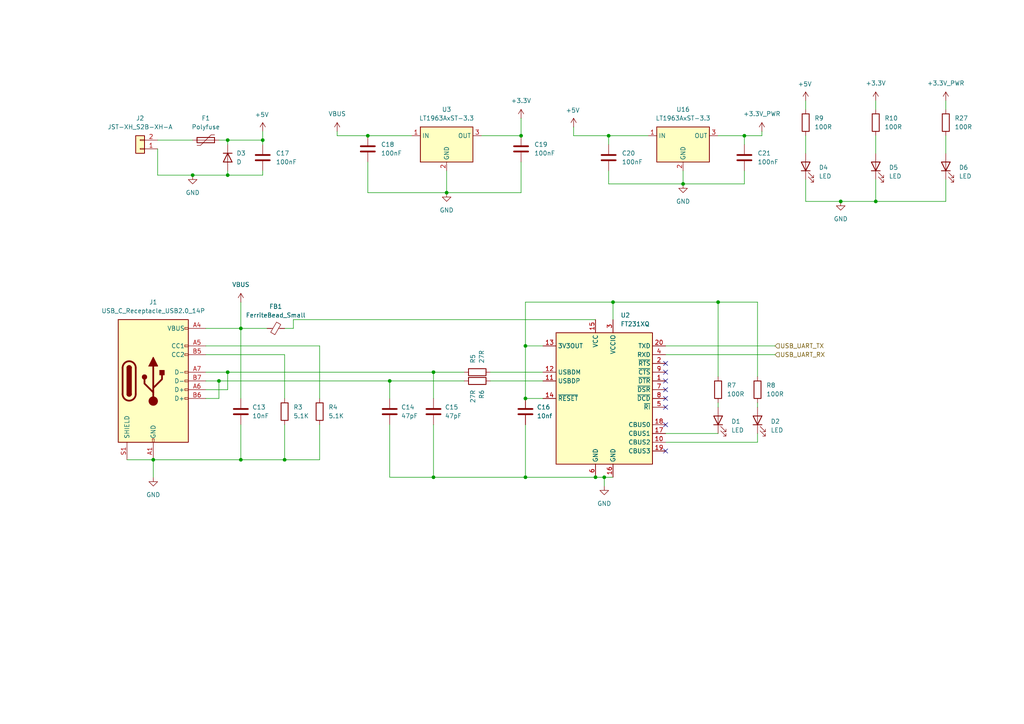
<source format=kicad_sch>
(kicad_sch (version 20231120) (generator "eeschema") (generator_version "8.0")
  (paper "A4")
  (title_block (title "Puissance (carte-io)") (date "2024-10-09") (rev "1.0") (company "INSA - GEI"))
  (lib_symbols
    (symbol "Connector:USB_C_Receptacle_USB2.0_14P" (pin_names (offset 1.016))
      (property "Reference" "J" (at 0 22.225 0))
      (property "Value" "USB_C_Receptacle_USB2.0_14P" (at 0 19.685 0))
      (symbol "USB_C_Receptacle_USB2.0_14P_0_0"
        (rectangle (start -0.254 -17.78) (end 0.254 -16.764))
        (rectangle (start 10.16 -4.826) (end 9.144 -5.334))
        (rectangle (start 10.16 -2.286) (end 9.144 -2.794))
        (rectangle (start 10.16 0.254) (end 9.144 -0.254))
        (rectangle (start 10.16 2.794) (end 9.144 2.286))
        (rectangle (start 10.16 7.874) (end 9.144 7.366))
        (rectangle (start 10.16 10.414) (end 9.144 9.906))
        (rectangle (start 10.16 15.494) (end 9.144 14.986))
      )
      (symbol "USB_C_Receptacle_USB2.0_14P_0_1"
        (rectangle (start -10.16 17.78) (end 10.16 -17.78) (stroke (width 0.254)) (fill (type background)))
        (arc (start -8.89 -3.81) (mid -6.985 -5.7067) (end -5.08 -3.81) (stroke (width 0.508)))
        (arc (start -7.62 -3.81) (mid -6.985 -4.4423) (end -6.35 -3.81) (stroke (width 0.254)))
        (arc (start -7.62 -3.81) (mid -6.985 -4.4423) (end -6.35 -3.81) (stroke (width 0.254)) (fill (type outline)))
        (rectangle (start -7.62 -3.81) (end -6.35 3.81) (stroke (width 0.254)) (fill (type outline)))
        (arc (start -6.35 3.81) (mid -6.985 4.4423) (end -7.62 3.81) (stroke (width 0.254)))
        (arc (start -6.35 3.81) (mid -6.985 4.4423) (end -7.62 3.81) (stroke (width 0.254)) (fill (type outline)))
        (arc (start -5.08 3.81) (mid -6.985 5.7067) (end -8.89 3.81) (stroke (width 0.508)))
        (circle (center -2.54 1.143) (radius 0.635) (stroke (width 0.254)) (fill (type outline)))
        (circle (center 0 -5.842) (radius 1.27) (fill (type outline)))
        (polyline (pts (xy -8.89 -3.81) (xy -8.89 3.81)) (stroke (width 0.508)))
        (polyline (pts (xy -5.08 3.81) (xy -5.08 -3.81)) (stroke (width 0.508)))
        (polyline (pts (xy 0 -5.842) (xy 0 4.318)) (stroke (width 0.508)))
        (polyline (pts (xy 0 -3.302) (xy -2.54 -0.762) (xy -2.54 0.508)) (stroke (width 0.508)))
        (polyline (pts (xy 0 -2.032) (xy 2.54 0.508) (xy 2.54 1.778)) (stroke (width 0.508)))
        (polyline (pts (xy -1.27 4.318) (xy 0 6.858) (xy 1.27 4.318) (xy -1.27 4.318)) (stroke (width 0.254)) (fill (type outline)))
        (rectangle (start 1.905 1.778) (end 3.175 3.048) (stroke (width 0.254)) (fill (type outline)))
      )
      (symbol "USB_C_Receptacle_USB2.0_14P_1_1"
        (pin passive line (at 0 -22.86 90) (length 5.08) (name "GND") (number "A1"))
        (pin passive line (at 0 -22.86 90) (length 5.08) hide (name "GND") (number "A12"))
        (pin passive line (at 15.24 15.24 180) (length 5.08) (name "VBUS") (number "A4"))
        (pin bidirectional line (at 15.24 10.16 180) (length 5.08) (name "CC1") (number "A5"))
        (pin bidirectional line (at 15.24 -2.54 180) (length 5.08) (name "D+") (number "A6"))
        (pin bidirectional line (at 15.24 2.54 180) (length 5.08) (name "D-") (number "A7"))
        (pin passive line (at 15.24 15.24 180) (length 5.08) hide (name "VBUS") (number "A9"))
        (pin passive line (at 0 -22.86 90) (length 5.08) hide (name "GND") (number "B1"))
        (pin passive line (at 0 -22.86 90) (length 5.08) hide (name "GND") (number "B12"))
        (pin passive line (at 15.24 15.24 180) (length 5.08) hide (name "VBUS") (number "B4"))
        (pin bidirectional line (at 15.24 7.62 180) (length 5.08) (name "CC2") (number "B5"))
        (pin bidirectional line (at 15.24 -5.08 180) (length 5.08) (name "D+") (number "B6"))
        (pin bidirectional line (at 15.24 0 180) (length 5.08) (name "D-") (number "B7"))
        (pin passive line (at 15.24 15.24 180) (length 5.08) hide (name "VBUS") (number "B9"))
        (pin passive line (at -7.62 -22.86 90) (length 5.08) (name "SHIELD") (number "S1"))
      )
    )
    (symbol "Connector_Generic:Conn_01x02" (pin_names (offset 1.016) hide)
      (property "Reference" "J" (at 0 2.54 0))
      (property "Value" "Conn_01x02" (at 0 -5.08 0))
      (symbol "Conn_01x02_1_1"
        (rectangle (start -1.27 -2.413) (end 0 -2.667) (stroke (width 0.1524)))
        (rectangle (start -1.27 0.127) (end 0 -0.127) (stroke (width 0.1524)))
        (rectangle (start -1.27 1.27) (end 1.27 -3.81) (stroke (width 0.254)) (fill (type background)))
        (pin passive line (at -5.08 0 0) (length 3.81) (name "Pin_1") (number "1"))
        (pin passive line (at -5.08 -2.54 0) (length 3.81) (name "Pin_2") (number "2"))
      )
    )
    (symbol "Device:C" (pin_numbers hide) (pin_names (offset 0.254))
      (property "Reference" "C" (at 0.635 2.54 0))
      (property "Value" "C" (at 0.635 -2.54 0))
      (symbol "C_0_1"
        (polyline (pts (xy -2.032 -0.762) (xy 2.032 -0.762)) (stroke (width 0.508)))
        (polyline (pts (xy -2.032 0.762) (xy 2.032 0.762)) (stroke (width 0.508)))
      )
      (symbol "C_1_1"
        (pin passive line (at 0 3.81 270) (length 2.794) (name "~") (number "1"))
        (pin passive line (at 0 -3.81 90) (length 2.794) (name "~") (number "2"))
      )
    )
    (symbol "Device:D" (pin_numbers hide) (pin_names (offset 1.016) hide)
      (property "Reference" "D" (at 0 2.54 0))
      (property "Value" "D" (at 0 -2.54 0))
      (symbol "D_0_1"
        (polyline (pts (xy -1.27 1.27) (xy -1.27 -1.27)) (stroke (width 0.254)))
        (polyline (pts (xy 1.27 0) (xy -1.27 0)))
        (polyline (pts (xy 1.27 1.27) (xy 1.27 -1.27) (xy -1.27 0) (xy 1.27 1.27)) (stroke (width 0.254)))
      )
      (symbol "D_1_1"
        (pin passive line (at -3.81 0 0) (length 2.54) (name "K") (number "1"))
        (pin passive line (at 3.81 0 180) (length 2.54) (name "A") (number "2"))
      )
    )
    (symbol "Device:FerriteBead_Small" (pin_numbers hide) (pin_names (offset 0))
      (property "Reference" "FB" (at 1.905 1.27 0))
      (property "Value" "FerriteBead_Small" (at 1.905 -1.27 0))
      (symbol "FerriteBead_Small_0_1"
        (polyline (pts (xy 0 -1.27) (xy 0 -0.7874)))
        (polyline (pts (xy 0 0.889) (xy 0 1.2954)))
        (polyline (pts (xy -1.8288 0.2794) (xy -1.1176 1.4986) (xy 1.8288 -0.2032) (xy 1.1176 -1.4224) (xy -1.8288 0.2794)))
      )
      (symbol "FerriteBead_Small_1_1"
        (pin passive line (at 0 2.54 270) (length 1.27) (name "~") (number "1"))
        (pin passive line (at 0 -2.54 90) (length 1.27) (name "~") (number "2"))
      )
    )
    (symbol "Device:LED" (pin_numbers hide) (pin_names (offset 1.016) hide)
      (property "Reference" "D" (at 0 2.54 0))
      (property "Value" "LED" (at 0 -2.54 0))
      (symbol "LED_0_1"
        (polyline (pts (xy -1.27 -1.27) (xy -1.27 1.27)) (stroke (width 0.254)))
        (polyline (pts (xy -1.27 0) (xy 1.27 0)))
        (polyline (pts (xy 1.27 -1.27) (xy 1.27 1.27) (xy -1.27 0) (xy 1.27 -1.27)) (stroke (width 0.254)))
        (polyline (pts (xy -3.048 -0.762) (xy -4.572 -2.286) (xy -3.81 -2.286) (xy -4.572 -2.286) (xy -4.572 -1.524)))
        (polyline (pts (xy -1.778 -0.762) (xy -3.302 -2.286) (xy -2.54 -2.286) (xy -3.302 -2.286) (xy -3.302 -1.524)))
      )
      (symbol "LED_1_1"
        (pin passive line (at -3.81 0 0) (length 2.54) (name "K") (number "1"))
        (pin passive line (at 3.81 0 180) (length 2.54) (name "A") (number "2"))
      )
    )
    (symbol "Device:Polyfuse" (pin_numbers hide) (pin_names (offset 0))
      (property "Reference" "F" (at -2.54 0 90))
      (property "Value" "Polyfuse" (at 2.54 0 90))
      (symbol "Polyfuse_0_1"
        (rectangle (start -0.762 2.54) (end 0.762 -2.54) (stroke (width 0.254)))
        (polyline (pts (xy 0 2.54) (xy 0 -2.54)))
        (polyline (pts (xy -1.524 2.54) (xy -1.524 1.524) (xy 1.524 -1.524) (xy 1.524 -2.54)))
      )
      (symbol "Polyfuse_1_1"
        (pin passive line (at 0 3.81 270) (length 1.27) (name "~") (number "1"))
        (pin passive line (at 0 -3.81 90) (length 1.27) (name "~") (number "2"))
      )
    )
    (symbol "Device:R" (pin_numbers hide) (pin_names (offset 0))
      (property "Reference" "R" (at 2.032 0 90))
      (property "Value" "R" (at 0 0 90))
      (symbol "R_0_1"
        (rectangle (start -1.016 -2.54) (end 1.016 2.54) (stroke (width 0.254)))
      )
      (symbol "R_1_1"
        (pin passive line (at 0 3.81 270) (length 1.27) (name "~") (number "1"))
        (pin passive line (at 0 -3.81 90) (length 1.27) (name "~") (number "2"))
      )
    )
    (symbol "Interface_USB:FT231XS"
      (property "Reference" "U" (at -13.97 20.32 0))
      (property "Value" "FT231XS" (at 7.62 20.32 0))
      (symbol "FT231XS_0_1"
        (rectangle (start -13.97 19.05) (end 13.97 -19.05) (stroke (width 0.254)) (fill (type background)))
      )
      (symbol "FT231XS_1_1"
        (pin output line (at 17.78 5.08 180) (length 3.81) (name "~{DTR}") (number "1"))
        (pin bidirectional line (at 17.78 -12.7 180) (length 3.81) (name "CBUS2") (number "10"))
        (pin bidirectional line (at -17.78 5.08 0) (length 3.81) (name "USBDP") (number "11"))
        (pin bidirectional line (at -17.78 7.62 0) (length 3.81) (name "USBDM") (number "12"))
        (pin power_out line (at -17.78 15.24 0) (length 3.81) (name "3V3OUT") (number "13"))
        (pin input line (at -17.78 0 0) (length 3.81) (name "~{RESET}") (number "14"))
        (pin power_in line (at -2.54 22.86 270) (length 3.81) (name "VCC") (number "15"))
        (pin power_in line (at 2.54 -22.86 90) (length 3.81) (name "GND") (number "16"))
        (pin bidirectional line (at 17.78 -10.16 180) (length 3.81) (name "CBUS1") (number "17"))
        (pin bidirectional line (at 17.78 -7.62 180) (length 3.81) (name "CBUS0") (number "18"))
        (pin bidirectional line (at 17.78 -15.24 180) (length 3.81) (name "CBUS3") (number "19"))
        (pin output line (at 17.78 10.16 180) (length 3.81) (name "~{RTS}") (number "2"))
        (pin output line (at 17.78 15.24 180) (length 3.81) (name "TXD") (number "20"))
        (pin power_in line (at 2.54 22.86 270) (length 3.81) (name "VCCIO") (number "3"))
        (pin input line (at 17.78 12.7 180) (length 3.81) (name "RXD") (number "4"))
        (pin input line (at 17.78 -2.54 180) (length 3.81) (name "~{RI}") (number "5"))
        (pin power_in line (at -2.54 -22.86 90) (length 3.81) (name "GND") (number "6"))
        (pin input line (at 17.78 2.54 180) (length 3.81) (name "~{DSR}") (number "7"))
        (pin input line (at 17.78 0 180) (length 3.81) (name "~{DCD}") (number "8"))
        (pin input line (at 17.78 7.62 180) (length 3.81) (name "~{CTS}") (number "9"))
      )
    )
    (symbol "Regulator_Linear:LT1963AxST-3.3"
      (property "Reference" "U" (at -7.62 6.35 0))
      (property "Value" "LT1963AxST-3.3" (at -1.27 6.35 0))
      (symbol "LT1963AxST-3.3_0_1"
        (rectangle (start -7.62 5.08) (end 7.62 -5.08) (stroke (width 0.254)) (fill (type background)))
      )
      (symbol "LT1963AxST-3.3_1_1"
        (pin power_in line (at -10.16 2.54 0) (length 2.54) (name "IN") (number "1"))
        (pin power_in line (at 0 -7.62 90) (length 2.54) (name "GND") (number "2"))
        (pin power_out line (at 10.16 2.54 180) (length 2.54) (name "OUT") (number "3"))
      )
    )
    (symbol "power:+3.3V" (power) (pin_numbers hide) (pin_names (offset 0) hide)
      (property "Value" "+3.3V" (at 0 3.556 0))
      (symbol "+3.3V_0_1"
        (polyline (pts (xy -0.762 1.27) (xy 0 2.54)))
        (polyline (pts (xy 0 0) (xy 0 2.54)))
        (polyline (pts (xy 0 2.54) (xy 0.762 1.27)))
      )
      (symbol "+3.3V_1_1"
        (pin power_in line (at 0 0 90) (length 0) (name "~") (number "1"))
      )
    )
    (symbol "power:+5V" (power) (pin_numbers hide) (pin_names (offset 0) hide)
      (property "Value" "+5V" (at 0 3.556 0))
      (symbol "+5V_0_1"
        (polyline (pts (xy -0.762 1.27) (xy 0 2.54)))
        (polyline (pts (xy 0 0) (xy 0 2.54)))
        (polyline (pts (xy 0 2.54) (xy 0.762 1.27)))
      )
      (symbol "+5V_1_1"
        (pin power_in line (at 0 0 90) (length 0) (name "~") (number "1"))
      )
    )
    (symbol "power:GND" (power) (pin_numbers hide) (pin_names (offset 0) hide)
      (property "Value" "GND" (at 0 -3.81 0))
      (symbol "GND_0_1"
        (polyline (pts (xy 0 0) (xy 0 -1.27) (xy 1.27 -1.27) (xy 0 -2.54) (xy -1.27 -1.27) (xy 0 -1.27)))
      )
      (symbol "GND_1_1"
        (pin power_in line (at 0 0 270) (length 0) (name "~") (number "1"))
      )
    )
    (symbol "power:VBUS" (power) (pin_numbers hide) (pin_names (offset 0) hide)
      (property "Value" "VBUS" (at 0 3.556 0))
      (symbol "VBUS_0_1"
        (polyline (pts (xy -0.762 1.27) (xy 0 2.54)))
        (polyline (pts (xy 0 0) (xy 0 2.54)))
        (polyline (pts (xy 0 2.54) (xy 0.762 1.27)))
      )
      (symbol "VBUS_1_1"
        (pin power_in line (at 0 0 90) (length 0) (name "~") (number "1"))
      )
    )
  )
  (junction (at 125.73 107.95))
  (junction (at 66.04 50.8))
  (junction (at 44.45 133.35))
  (junction (at 198.12 53.34))
  (junction (at 175.26 138.43))
  (junction (at 69.85 133.35))
  (junction (at 172.72 138.43))
  (junction (at 208.28 87.63))
  (junction (at 82.55 133.35))
  (junction (at 152.4 138.43))
  (junction (at 152.4 100.33))
  (junction (at 55.88 50.8))
  (junction (at 243.84 58.42))
  (junction (at 129.54 55.88))
  (junction (at 151.13 39.37))
  (junction (at 106.68 39.37))
  (junction (at 66.04 40.64))
  (junction (at 76.2 40.64))
  (junction (at 125.73 138.43))
  (junction (at 215.9 39.37))
  (junction (at 66.04 107.95))
  (junction (at 177.8 87.63))
  (junction (at 176.53 39.37))
  (junction (at 254 58.42))
  (junction (at 63.5 110.49))
  (junction (at 69.85 95.25))
  (junction (at 152.4 115.57))
  (junction (at 113.03 110.49))
  (no_connect (at 193.04 107.95))
  (no_connect (at 193.04 130.81))
  (no_connect (at 193.04 118.11))
  (no_connect (at 193.04 113.03))
  (no_connect (at 193.04 110.49))
  (no_connect (at 193.04 105.41))
  (no_connect (at 193.04 115.57))
  (no_connect (at 193.04 123.19))
  (wire (pts (xy 208.28 39.37) (xy 215.9 39.37)))
  (wire (pts (xy 44.45 133.35) (xy 44.45 138.43)))
  (wire (pts (xy 59.69 100.33) (xy 92.71 100.33)))
  (wire (pts (xy 106.68 46.99) (xy 106.68 55.88)))
  (wire (pts (xy 152.4 100.33) (xy 157.48 100.33)))
  (wire (pts (xy 219.71 128.27) (xy 219.71 125.73)))
  (wire (pts (xy 176.53 39.37) (xy 187.96 39.37)))
  (wire (pts (xy 129.54 49.53) (xy 129.54 55.88)))
  (wire (pts (xy 166.37 39.37) (xy 176.53 39.37)))
  (wire (pts (xy 176.53 39.37) (xy 176.53 41.91)))
  (wire (pts (xy 92.71 100.33) (xy 92.71 115.57)))
  (wire (pts (xy 215.9 39.37) (xy 215.9 41.91)))
  (wire (pts (xy 193.04 100.33) (xy 224.79 100.33)))
  (wire (pts (xy 66.04 40.64) (xy 76.2 40.64)))
  (wire (pts (xy 208.28 116.84) (xy 208.28 118.11)))
  (wire (pts (xy 193.04 102.87) (xy 224.79 102.87)))
  (wire (pts (xy 208.28 87.63) (xy 208.28 109.22)))
  (wire (pts (xy 176.53 53.34) (xy 198.12 53.34)))
  (wire (pts (xy 113.03 110.49) (xy 113.03 115.57)))
  (wire (pts (xy 63.5 40.64) (xy 66.04 40.64)))
  (wire (pts (xy 59.69 113.03) (xy 66.04 113.03)))
  (wire (pts (xy 177.8 87.63) (xy 177.8 92.71)))
  (wire (pts (xy 36.83 133.35) (xy 44.45 133.35)))
  (wire (pts (xy 63.5 110.49) (xy 113.03 110.49)))
  (wire (pts (xy 175.26 138.43) (xy 177.8 138.43)))
  (wire (pts (xy 97.79 38.1) (xy 97.79 39.37)))
  (wire (pts (xy 177.8 87.63) (xy 208.28 87.63)))
  (wire (pts (xy 233.68 58.42) (xy 243.84 58.42)))
  (wire (pts (xy 66.04 107.95) (xy 125.73 107.95)))
  (wire (pts (xy 76.2 40.64) (xy 76.2 41.91)))
  (wire (pts (xy 113.03 110.49) (xy 134.62 110.49)))
  (wire (pts (xy 82.55 133.35) (xy 92.71 133.35)))
  (wire (pts (xy 274.32 58.42) (xy 274.32 52.07)))
  (wire (pts (xy 193.04 125.73) (xy 208.28 125.73)))
  (wire (pts (xy 69.85 95.25) (xy 77.47 95.25)))
  (wire (pts (xy 82.55 95.25) (xy 85.09 95.25)))
  (wire (pts (xy 129.54 55.88) (xy 151.13 55.88)))
  (wire (pts (xy 274.32 39.37) (xy 274.32 44.45)))
  (wire (pts (xy 233.68 29.21) (xy 233.68 31.75)))
  (wire (pts (xy 85.09 92.71) (xy 172.72 92.71)))
  (wire (pts (xy 106.68 39.37) (xy 119.38 39.37)))
  (wire (pts (xy 172.72 138.43) (xy 175.26 138.43)))
  (wire (pts (xy 274.32 29.21) (xy 274.32 31.75)))
  (wire (pts (xy 198.12 53.34) (xy 215.9 53.34)))
  (wire (pts (xy 157.48 115.57) (xy 152.4 115.57)))
  (wire (pts (xy 125.73 107.95) (xy 134.62 107.95)))
  (wire (pts (xy 69.85 95.25) (xy 69.85 115.57)))
  (wire (pts (xy 69.85 123.19) (xy 69.85 133.35)))
  (wire (pts (xy 254 29.21) (xy 254 31.75)))
  (wire (pts (xy 97.79 39.37) (xy 106.68 39.37)))
  (wire (pts (xy 219.71 116.84) (xy 219.71 118.11)))
  (wire (pts (xy 233.68 39.37) (xy 233.68 44.45)))
  (wire (pts (xy 220.98 39.37) (xy 220.98 38.1)))
  (wire (pts (xy 152.4 87.63) (xy 177.8 87.63)))
  (wire (pts (xy 125.73 107.95) (xy 125.73 115.57)))
  (wire (pts (xy 82.55 123.19) (xy 82.55 133.35)))
  (wire (pts (xy 166.37 36.83) (xy 166.37 39.37)))
  (wire (pts (xy 219.71 87.63) (xy 219.71 109.22)))
  (wire (pts (xy 233.68 52.07) (xy 233.68 58.42)))
  (wire (pts (xy 106.68 55.88) (xy 129.54 55.88)))
  (wire (pts (xy 63.5 115.57) (xy 59.69 115.57)))
  (wire (pts (xy 66.04 49.53) (xy 66.04 50.8)))
  (wire (pts (xy 66.04 40.64) (xy 66.04 41.91)))
  (wire (pts (xy 139.7 39.37) (xy 151.13 39.37)))
  (wire (pts (xy 193.04 128.27) (xy 219.71 128.27)))
  (wire (pts (xy 45.72 40.64) (xy 55.88 40.64)))
  (wire (pts (xy 254 58.42) (xy 254 52.07)))
  (wire (pts (xy 215.9 53.34) (xy 215.9 49.53)))
  (wire (pts (xy 76.2 50.8) (xy 76.2 49.53)))
  (wire (pts (xy 125.73 138.43) (xy 152.4 138.43)))
  (wire (pts (xy 142.24 110.49) (xy 157.48 110.49)))
  (wire (pts (xy 45.72 50.8) (xy 55.88 50.8)))
  (wire (pts (xy 66.04 107.95) (xy 59.69 107.95)))
  (wire (pts (xy 82.55 115.57) (xy 82.55 102.87)))
  (wire (pts (xy 152.4 100.33) (xy 152.4 87.63)))
  (wire (pts (xy 125.73 138.43) (xy 113.03 138.43)))
  (wire (pts (xy 82.55 102.87) (xy 59.69 102.87)))
  (wire (pts (xy 151.13 55.88) (xy 151.13 46.99)))
  (wire (pts (xy 151.13 34.29) (xy 151.13 39.37)))
  (wire (pts (xy 125.73 123.19) (xy 125.73 138.43)))
  (wire (pts (xy 172.72 138.43) (xy 152.4 138.43)))
  (wire (pts (xy 66.04 113.03) (xy 66.04 107.95)))
  (wire (pts (xy 142.24 107.95) (xy 157.48 107.95)))
  (wire (pts (xy 69.85 133.35) (xy 82.55 133.35)))
  (wire (pts (xy 85.09 95.25) (xy 85.09 92.71)))
  (wire (pts (xy 66.04 50.8) (xy 76.2 50.8)))
  (wire (pts (xy 243.84 58.42) (xy 254 58.42)))
  (wire (pts (xy 55.88 50.8) (xy 66.04 50.8)))
  (wire (pts (xy 63.5 110.49) (xy 63.5 115.57)))
  (wire (pts (xy 45.72 50.8) (xy 45.72 43.18)))
  (wire (pts (xy 152.4 115.57) (xy 152.4 100.33)))
  (wire (pts (xy 176.53 49.53) (xy 176.53 53.34)))
  (wire (pts (xy 69.85 87.63) (xy 69.85 95.25)))
  (wire (pts (xy 215.9 39.37) (xy 220.98 39.37)))
  (wire (pts (xy 254 39.37) (xy 254 44.45)))
  (wire (pts (xy 208.28 87.63) (xy 219.71 87.63)))
  (wire (pts (xy 113.03 138.43) (xy 113.03 123.19)))
  (wire (pts (xy 59.69 110.49) (xy 63.5 110.49)))
  (wire (pts (xy 59.69 95.25) (xy 69.85 95.25)))
  (wire (pts (xy 175.26 138.43) (xy 175.26 140.97)))
  (wire (pts (xy 152.4 138.43) (xy 152.4 123.19)))
  (wire (pts (xy 92.71 133.35) (xy 92.71 123.19)))
  (wire (pts (xy 254 58.42) (xy 274.32 58.42)))
  (wire (pts (xy 76.2 38.1) (xy 76.2 40.64)))
  (wire (pts (xy 198.12 49.53) (xy 198.12 53.34)))
  (wire (pts (xy 44.45 133.35) (xy 69.85 133.35)))
  (hierarchical_label "USB_UART_TX" (shape input) (at 224.79 100.33 0))
  (hierarchical_label "USB_UART_RX" (shape input) (at 224.79 102.87 0))
  (symbol (lib_id "Regulator_Linear:LT1963AxST-3.3") (at 129.54 41.91 0) (unit 1)
    (property "Reference" "U3" (at 129.54 31.75 0))
    (property "Value" "LT1963AxST-3.3" (at 129.54 34.29 0))
    (property "Footprint" "Package_TO_SOT_SMD:SOT-223-3_TabPin2" (effects (hide yes)))
    (property "Datasheet" "https://www.analog.com/media/en/technical-documentation/data-sheets/1963aff.pdf" (effects (hide yes)))
    (property "Description" "3.3V, 1.5A, Low Noise, Fast Transient Response LDO Regulator, SOT-223" (effects (hide yes)))
  )
  (symbol (lib_id "Device:R") (at 254 35.56 0) (unit 1)
    (property "Reference" "R10" (at 256.54 34.2899 0) (effects (justify left)))
    (property "Value" "100R" (at 256.54 36.8299 0) (effects (justify left)))
    (property "Footprint" "Resistor_SMD:R_0805_2012Metric_Pad1.20x1.40mm_HandSolder" (effects (hide yes)))
    (property "Description" "Resistor" (effects (hide yes)))
  )
  (symbol (lib_id "Connector:USB_C_Receptacle_USB2.0_14P") (at 44.45 110.49 0) (unit 1)
    (property "Reference" "J1" (at 44.45 87.63 0))
    (property "Value" "USB_C_Receptacle_USB2.0_14P" (at 44.45 90.17 0))
    (property "Footprint" "Connector_USB:USB_C_Receptacle_GCT_USB4105-xx-A_16P_TopMnt_Horizontal" (effects (hide yes)))
    (property "Datasheet" "https://www.usb.org/sites/default/files/documents/usb_type-c.zip" (effects (hide yes)))
    (property "Description" "USB 2.0-only 14P Type-C Receptacle connector" (effects (hide yes)))
  )
  (symbol (lib_id "Device:R") (at 138.43 107.95 90) (unit 1)
    (property "Reference" "R5" (at 137.1599 105.41 0) (effects (justify left)))
    (property "Value" "27R" (at 139.6999 105.41 0) (effects (justify left)))
    (property "Footprint" "Resistor_SMD:R_0805_2012Metric_Pad1.20x1.40mm_HandSolder" (effects (hide yes)))
    (property "Description" "Resistor" (effects (hide yes)))
  )
  (symbol (lib_id "Device:R") (at 233.68 35.56 0) (unit 1)
    (property "Reference" "R9" (at 236.22 34.2899 0) (effects (justify left)))
    (property "Value" "100R" (at 236.22 36.8299 0) (effects (justify left)))
    (property "Footprint" "Resistor_SMD:R_0805_2012Metric_Pad1.20x1.40mm_HandSolder" (effects (hide yes)))
    (property "Description" "Resistor" (effects (hide yes)))
  )
  (symbol (lib_id "Device:C") (at 113.03 119.38 0) (unit 1)
    (property "Reference" "C14" (at 116.332 118.11 0) (effects (justify left)))
    (property "Value" "47pF" (at 116.332 120.65 0) (effects (justify left)))
    (property "Footprint" "Capacitor_SMD:C_0805_2012Metric_Pad1.18x1.45mm_HandSolder" (effects (hide yes)))
    (property "Description" "Unpolarized capacitor" (effects (hide yes)))
  )
  (symbol (lib_id "Device:LED") (at 208.28 121.92 90) (unit 1)
    (property "Reference" "D1" (at 212.09 122.2374 90) (effects (justify right)))
    (property "Value" "LED" (at 212.09 124.7774 90) (effects (justify right)))
    (property "Footprint" "LED_SMD:LED_0805_2012Metric" (effects (hide yes)))
    (property "Description" "Light emitting diode" (effects (hide yes)))
  )
  (symbol (lib_id "Connector_Generic:Conn_01x02") (at 40.64 43.18 180) (unit 1)
    (property "Reference" "J2" (at 40.64 34.29 0))
    (property "Value" "JST-XH_S2B-XH-A" (at 40.64 36.83 0))
    (property "Footprint" "Connector_JST:JST_XH_S2B-XH-A_1x02_P2.50mm_Horizontal" (effects (hide yes)))
    (property "Description" "Generic connector, single row, 01x02, script generated (kicad-library-utils/schlib/autogen/connector/)" (effects (hide yes)))
  )
  (symbol (lib_id "Device:C") (at 151.13 43.18 0) (unit 1)
    (property "Reference" "C19" (at 154.94 41.9099 0) (effects (justify left)))
    (property "Value" "100nF" (at 154.94 44.4499 0) (effects (justify left)))
    (property "Footprint" "Capacitor_SMD:C_0805_2012Metric_Pad1.18x1.45mm_HandSolder" (effects (hide yes)))
    (property "Description" "Unpolarized capacitor" (effects (hide yes)))
  )
  (symbol (lib_id "power:+3.3V") (at 274.32 29.21 0) (unit 1)
    (property "Reference" "#PWR066" (effects (hide yes)))
    (property "Value" "+3.3V_PWR" (at 274.32 24.13 0))
    (property "Description" "Power symbol creates a global label with name \"+3.3V\"" (effects (hide yes)))
  )
  (symbol (lib_id "Device:C") (at 176.53 45.72 0) (unit 1)
    (property "Reference" "C20" (at 180.34 44.4499 0) (effects (justify left)))
    (property "Value" "100nF" (at 180.34 46.9899 0) (effects (justify left)))
    (property "Footprint" "Capacitor_SMD:C_0805_2012Metric_Pad1.18x1.45mm_HandSolder" (effects (hide yes)))
    (property "Description" "Unpolarized capacitor" (effects (hide yes)))
  )
  (symbol (lib_id "Regulator_Linear:LT1963AxST-3.3") (at 198.12 41.91 0) (unit 1)
    (property "Reference" "U16" (at 198.12 31.75 0))
    (property "Value" "LT1963AxST-3.3" (at 198.12 34.29 0))
    (property "Footprint" "Package_TO_SOT_SMD:SOT-223-3_TabPin2" (effects (hide yes)))
    (property "Datasheet" "https://www.analog.com/media/en/technical-documentation/data-sheets/1963aff.pdf" (effects (hide yes)))
    (property "Description" "3.3V, 1.5A, Low Noise, Fast Transient Response LDO Regulator, SOT-223" (effects (hide yes)))
  )
  (symbol (lib_id "power:VBUS") (at 97.79 38.1 0) (unit 1)
    (property "Reference" "#PWR025" (effects (hide yes)))
    (property "Value" "VBUS" (at 97.79 33.02 0))
    (property "Description" "Power symbol creates a global label with name \"VBUS\"" (effects (hide yes)))
  )
  (symbol (lib_id "Device:C") (at 69.85 119.38 0) (unit 1)
    (property "Reference" "C13" (at 73.152 118.11 0) (effects (justify left)))
    (property "Value" "10nF" (at 73.152 120.65 0) (effects (justify left)))
    (property "Footprint" "Capacitor_SMD:C_0805_2012Metric_Pad1.18x1.45mm_HandSolder" (effects (hide yes)))
    (property "Description" "Unpolarized capacitor" (effects (hide yes)))
  )
  (symbol (lib_id "Device:C") (at 215.9 45.72 0) (unit 1)
    (property "Reference" "C21" (at 219.71 44.4499 0) (effects (justify left)))
    (property "Value" "100nF" (at 219.71 46.9899 0) (effects (justify left)))
    (property "Footprint" "Capacitor_SMD:C_0805_2012Metric_Pad1.18x1.45mm_HandSolder" (effects (hide yes)))
    (property "Description" "Unpolarized capacitor" (effects (hide yes)))
  )
  (symbol (lib_id "Device:R") (at 274.32 35.56 0) (unit 1)
    (property "Reference" "R27" (at 276.86 34.2899 0) (effects (justify left)))
    (property "Value" "100R" (at 276.86 36.8299 0) (effects (justify left)))
    (property "Footprint" "Resistor_SMD:R_0805_2012Metric_Pad1.20x1.40mm_HandSolder" (effects (hide yes)))
    (property "Description" "Resistor" (effects (hide yes)))
  )
  (symbol (lib_id "power:GND") (at 175.26 140.97 0) (unit 1)
    (property "Reference" "#PWR024" (effects (hide yes)))
    (property "Value" "GND" (at 175.26 146.05 0))
    (property "Description" "Power symbol creates a global label with name \"GND\" , ground" (effects (hide yes)))
  )
  (symbol (lib_id "Device:R") (at 138.43 110.49 270) (unit 1)
    (property "Reference" "R6" (at 139.7001 113.03 0) (effects (justify left)))
    (property "Value" "27R" (at 137.1601 113.03 0) (effects (justify left)))
    (property "Footprint" "Resistor_SMD:R_0805_2012Metric_Pad1.20x1.40mm_HandSolder" (effects (hide yes)))
    (property "Description" "Resistor" (effects (hide yes)))
  )
  (symbol (lib_id "Device:C") (at 106.68 43.18 0) (unit 1)
    (property "Reference" "C18" (at 110.49 41.9099 0) (effects (justify left)))
    (property "Value" "100nF" (at 110.49 44.4499 0) (effects (justify left)))
    (property "Footprint" "Capacitor_SMD:C_0805_2012Metric_Pad1.18x1.45mm_HandSolder" (effects (hide yes)))
    (property "Description" "Unpolarized capacitor" (effects (hide yes)))
  )
  (symbol (lib_id "Device:LED") (at 233.68 48.26 90) (unit 1)
    (property "Reference" "D4" (at 237.49 48.5774 90) (effects (justify right)))
    (property "Value" "LED" (at 237.49 51.1174 90) (effects (justify right)))
    (property "Footprint" "LED_SMD:LED_0805_2012Metric" (effects (hide yes)))
    (property "Description" "Light emitting diode" (effects (hide yes)))
  )
  (symbol (lib_id "Device:LED") (at 274.32 48.26 90) (unit 1)
    (property "Reference" "D6" (at 278.13 48.5774 90) (effects (justify right)))
    (property "Value" "LED" (at 278.13 51.1174 90) (effects (justify right)))
    (property "Footprint" "LED_SMD:LED_0805_2012Metric" (effects (hide yes)))
    (property "Description" "Light emitting diode" (effects (hide yes)))
  )
  (symbol (lib_id "Device:R") (at 92.71 119.38 0) (unit 1)
    (property "Reference" "R4" (at 95.25 118.1099 0) (effects (justify left)))
    (property "Value" "5.1K" (at 95.25 120.6499 0) (effects (justify left)))
    (property "Footprint" "Resistor_SMD:R_0805_2012Metric_Pad1.20x1.40mm_HandSolder" (effects (hide yes)))
    (property "Description" "Resistor" (effects (hide yes)))
  )
  (symbol (lib_id "power:GND") (at 44.45 138.43 0) (unit 1)
    (property "Reference" "#PWR02" (effects (hide yes)))
    (property "Value" "GND" (at 44.45 143.51 0))
    (property "Description" "Power symbol creates a global label with name \"GND\" , ground" (effects (hide yes)))
  )
  (symbol (lib_id "Device:C") (at 125.73 119.38 0) (unit 1)
    (property "Reference" "C15" (at 129.032 118.11 0) (effects (justify left)))
    (property "Value" "47pF" (at 129.032 120.65 0) (effects (justify left)))
    (property "Footprint" "Capacitor_SMD:C_0805_2012Metric_Pad1.18x1.45mm_HandSolder" (effects (hide yes)))
    (property "Description" "Unpolarized capacitor" (effects (hide yes)))
  )
  (symbol (lib_id "Device:Polyfuse") (at 59.69 40.64 90) (unit 1)
    (property "Reference" "F1" (at 59.69 34.29 90))
    (property "Value" "Polyfuse" (at 59.69 36.83 90))
    (property "Footprint" "Fuse:Fuse_Bourns_MF-RG300" (effects (hide yes)))
    (property "Description" "Resettable fuse, polymeric positive temperature coefficient" (effects (hide yes)))
  )
  (symbol (lib_id "power:GND") (at 198.12 53.34 0) (unit 1)
    (property "Reference" "#PWR065" (effects (hide yes)))
    (property "Value" "GND" (at 198.12 58.42 0))
    (property "Description" "Power symbol creates a global label with name \"GND\" , ground" (effects (hide yes)))
  )
  (symbol (lib_id "power:VBUS") (at 69.85 87.63 0) (unit 1)
    (property "Reference" "#PWR03" (effects (hide yes)))
    (property "Value" "VBUS" (at 69.85 82.55 0))
    (property "Description" "Power symbol creates a global label with name \"VBUS\"" (effects (hide yes)))
  )
  (symbol (lib_id "Device:R") (at 219.71 113.03 0) (unit 1)
    (property "Reference" "R8" (at 222.25 111.7599 0) (effects (justify left)))
    (property "Value" "100R" (at 222.25 114.2999 0) (effects (justify left)))
    (property "Footprint" "Resistor_SMD:R_0805_2012Metric_Pad1.20x1.40mm_HandSolder" (effects (hide yes)))
    (property "Description" "Resistor" (effects (hide yes)))
  )
  (symbol (lib_id "power:GND") (at 243.84 58.42 0) (unit 1)
    (property "Reference" "#PWR030" (effects (hide yes)))
    (property "Value" "GND" (at 243.84 63.5 0))
    (property "Description" "Power symbol creates a global label with name \"GND\" , ground" (effects (hide yes)))
  )
  (symbol (lib_id "power:+5V") (at 233.68 29.21 0) (unit 1)
    (property "Reference" "#PWR032" (effects (hide yes)))
    (property "Value" "+5V" (at 233.426 24.384 0))
    (property "Description" "Power symbol creates a global label with name \"+5V\"" (effects (hide yes)))
  )
  (symbol (lib_id "Device:R") (at 82.55 119.38 0) (unit 1)
    (property "Reference" "R3" (at 85.09 118.1099 0) (effects (justify left)))
    (property "Value" "5.1K" (at 85.09 120.6499 0) (effects (justify left)))
    (property "Footprint" "Resistor_SMD:R_0805_2012Metric_Pad1.20x1.40mm_HandSolder" (effects (hide yes)))
    (property "Description" "Resistor" (effects (hide yes)))
  )
  (symbol (lib_id "power:GND") (at 55.88 50.8 0) (unit 1)
    (property "Reference" "#PWR026" (effects (hide yes)))
    (property "Value" "GND" (at 55.88 55.88 0))
    (property "Description" "Power symbol creates a global label with name \"GND\" , ground" (effects (hide yes)))
  )
  (symbol (lib_id "Device:C") (at 152.4 119.38 0) (unit 1)
    (property "Reference" "C16" (at 155.702 118.11 0) (effects (justify left)))
    (property "Value" "10nf" (at 155.702 120.65 0) (effects (justify left)))
    (property "Footprint" "Capacitor_SMD:C_0805_2012Metric_Pad1.18x1.45mm_HandSolder" (effects (hide yes)))
    (property "Description" "Unpolarized capacitor" (effects (hide yes)))
  )
  (symbol (lib_id "power:+3.3V") (at 220.98 38.1 0) (unit 1)
    (property "Reference" "#PWR063" (effects (hide yes)))
    (property "Value" "+3.3V_PWR" (at 220.98 33.02 0))
    (property "Description" "Power symbol creates a global label with name \"+3.3V\"" (effects (hide yes)))
  )
  (symbol (lib_id "power:+5V") (at 166.37 36.83 0) (unit 1)
    (property "Reference" "#PWR064" (effects (hide yes)))
    (property "Value" "+5V" (at 166.116 32.004 0))
    (property "Description" "Power symbol creates a global label with name \"+5V\"" (effects (hide yes)))
  )
  (symbol (lib_id "Device:D") (at 66.04 45.72 270) (unit 1)
    (property "Reference" "D3" (at 68.58 44.4499 90) (effects (justify left)))
    (property "Value" "D" (at 68.58 46.9899 90) (effects (justify left)))
    (property "Footprint" "Diode_SMD:D_2010_5025Metric" (effects (hide yes)))
    (property "Description" "Diode" (effects (hide yes)))
    (property "Sim.Device" "D" (effects (hide yes)))
    (property "Sim.Pins" "1=K 2=A" (effects (hide yes)))
  )
  (symbol (lib_id "power:+3.3V") (at 254 29.21 0) (unit 1)
    (property "Reference" "#PWR033" (effects (hide yes)))
    (property "Value" "+3.3V" (at 254 24.13 0))
    (property "Description" "Power symbol creates a global label with name \"+3.3V\"" (effects (hide yes)))
  )
  (symbol (lib_id "Device:R") (at 208.28 113.03 0) (unit 1)
    (property "Reference" "R7" (at 210.82 111.7599 0) (effects (justify left)))
    (property "Value" "100R" (at 210.82 114.2999 0) (effects (justify left)))
    (property "Footprint" "Resistor_SMD:R_0805_2012Metric_Pad1.20x1.40mm_HandSolder" (effects (hide yes)))
    (property "Description" "Resistor" (effects (hide yes)))
  )
  (symbol (lib_id "Device:LED") (at 219.71 121.92 90) (unit 1)
    (property "Reference" "D2" (at 223.52 122.2374 90) (effects (justify right)))
    (property "Value" "LED" (at 223.52 124.7774 90) (effects (justify right)))
    (property "Footprint" "LED_SMD:LED_0805_2012Metric" (effects (hide yes)))
    (property "Description" "Light emitting diode" (effects (hide yes)))
  )
  (symbol (lib_id "power:+5V") (at 76.2 38.1 0) (unit 1)
    (property "Reference" "#PWR027" (effects (hide yes)))
    (property "Value" "+5V" (at 75.946 33.274 0))
    (property "Description" "Power symbol creates a global label with name \"+5V\"" (effects (hide yes)))
  )
  (symbol (lib_id "Device:C") (at 76.2 45.72 0) (unit 1)
    (property "Reference" "C17" (at 80.01 44.4499 0) (effects (justify left)))
    (property "Value" "100nF" (at 80.01 46.9899 0) (effects (justify left)))
    (property "Footprint" "Capacitor_SMD:C_0805_2012Metric_Pad1.18x1.45mm_HandSolder" (effects (hide yes)))
    (property "Description" "Unpolarized capacitor" (effects (hide yes)))
  )
  (symbol (lib_id "Device:FerriteBead_Small") (at 80.01 95.25 90) (unit 1)
    (property "Reference" "FB1" (at 79.9719 88.9 90))
    (property "Value" "FerriteBead_Small" (at 79.9719 91.44 90))
    (property "Footprint" "Inductor_SMD:L_Walsin_WLFM201209x" (effects (hide yes)))
    (property "Description" "Ferrite bead, small symbol" (effects (hide yes)))
  )
  (symbol (lib_id "Interface_USB:FT231XS") (at 175.26 115.57 0) (unit 1)
    (property "Reference" "U2" (at 179.9941 91.44 0) (effects (justify left)))
    (property "Value" "FT231XQ" (at 179.9941 93.98 0) (effects (justify left)))
    (property "Footprint" "Package_SO:SSOP-20_3.9x8.7mm_P0.635mm" (effects (hide yes)))
    (property "Datasheet" "https://www.ftdichip.com/Support/Documents/DataSheets/ICs/DS_FT231X.pdf" (effects (hide yes)))
    (property "Description" "Full Speed USB to Full Handshake UART, SSOP-20" (effects (hide yes)))
  )
  (symbol (lib_id "Device:LED") (at 254 48.26 90) (unit 1)
    (property "Reference" "D5" (at 257.81 48.5774 90) (effects (justify right)))
    (property "Value" "LED" (at 257.81 51.1174 90) (effects (justify right)))
    (property "Footprint" "LED_SMD:LED_0805_2012Metric" (effects (hide yes)))
    (property "Description" "Light emitting diode" (effects (hide yes)))
  )
  (symbol (lib_id "power:GND") (at 129.54 55.88 0) (unit 1)
    (property "Reference" "#PWR028" (effects (hide yes)))
    (property "Value" "GND" (at 129.54 60.96 0))
    (property "Description" "Power symbol creates a global label with name \"GND\" , ground" (effects (hide yes)))
  )
  (symbol (lib_id "power:+3.3V") (at 151.13 34.29 0) (unit 1)
    (property "Reference" "#PWR031" (effects (hide yes)))
    (property "Value" "+3.3V" (at 151.13 29.21 0))
    (property "Description" "Power symbol creates a global label with name \"+3.3V\"" (effects (hide yes)))
  )
)
</source>
